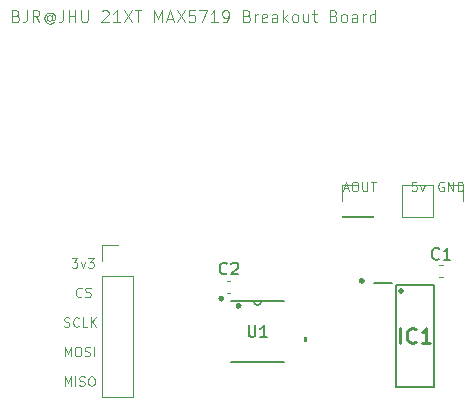
<source format=gbr>
%TF.GenerationSoftware,KiCad,Pcbnew,8.0.6-1.fc41*%
%TF.CreationDate,2024-12-16T12:55:25-05:00*%
%TF.ProjectId,MAX5719_breakout,4d415835-3731-4395-9f62-7265616b6f75,rev?*%
%TF.SameCoordinates,Original*%
%TF.FileFunction,Legend,Top*%
%TF.FilePolarity,Positive*%
%FSLAX46Y46*%
G04 Gerber Fmt 4.6, Leading zero omitted, Abs format (unit mm)*
G04 Created by KiCad (PCBNEW 8.0.6-1.fc41) date 2024-12-16 12:55:25*
%MOMM*%
%LPD*%
G01*
G04 APERTURE LIST*
%ADD10C,0.300000*%
%ADD11C,0.100000*%
%ADD12C,0.150000*%
%ADD13C,0.254000*%
%ADD14C,0.120000*%
%ADD15C,0.152400*%
%ADD16C,0.000000*%
%ADD17C,0.200000*%
G04 APERTURE END LIST*
D10*
X153370000Y-111280000D02*
G75*
G02*
X153170000Y-111280000I-100000J0D01*
G01*
X153170000Y-111280000D02*
G75*
G02*
X153370000Y-111280000I100000J0D01*
G01*
X165270000Y-109780000D02*
G75*
G02*
X165070000Y-109780000I-100000J0D01*
G01*
X165070000Y-109780000D02*
G75*
G02*
X165270000Y-109780000I100000J0D01*
G01*
X168600000Y-110650000D02*
G75*
G02*
X168400000Y-110650000I-100000J0D01*
G01*
X168400000Y-110650000D02*
G75*
G02*
X168600000Y-110650000I100000J0D01*
G01*
X154850000Y-111900000D02*
G75*
G02*
X154650000Y-111900000I-100000J0D01*
G01*
X154650000Y-111900000D02*
G75*
G02*
X154850000Y-111900000I100000J0D01*
G01*
D11*
X169807217Y-101376895D02*
X169426265Y-101376895D01*
X169426265Y-101376895D02*
X169388169Y-101757847D01*
X169388169Y-101757847D02*
X169426265Y-101719752D01*
X169426265Y-101719752D02*
X169502455Y-101681657D01*
X169502455Y-101681657D02*
X169692931Y-101681657D01*
X169692931Y-101681657D02*
X169769122Y-101719752D01*
X169769122Y-101719752D02*
X169807217Y-101757847D01*
X169807217Y-101757847D02*
X169845312Y-101834038D01*
X169845312Y-101834038D02*
X169845312Y-102024514D01*
X169845312Y-102024514D02*
X169807217Y-102100704D01*
X169807217Y-102100704D02*
X169769122Y-102138800D01*
X169769122Y-102138800D02*
X169692931Y-102176895D01*
X169692931Y-102176895D02*
X169502455Y-102176895D01*
X169502455Y-102176895D02*
X169426265Y-102138800D01*
X169426265Y-102138800D02*
X169388169Y-102100704D01*
X170111979Y-101643561D02*
X170302455Y-102176895D01*
X170302455Y-102176895D02*
X170492932Y-101643561D01*
X140006265Y-116176895D02*
X140006265Y-115376895D01*
X140006265Y-115376895D02*
X140272931Y-115948323D01*
X140272931Y-115948323D02*
X140539598Y-115376895D01*
X140539598Y-115376895D02*
X140539598Y-116176895D01*
X141072932Y-115376895D02*
X141225313Y-115376895D01*
X141225313Y-115376895D02*
X141301503Y-115414990D01*
X141301503Y-115414990D02*
X141377694Y-115491180D01*
X141377694Y-115491180D02*
X141415789Y-115643561D01*
X141415789Y-115643561D02*
X141415789Y-115910228D01*
X141415789Y-115910228D02*
X141377694Y-116062609D01*
X141377694Y-116062609D02*
X141301503Y-116138800D01*
X141301503Y-116138800D02*
X141225313Y-116176895D01*
X141225313Y-116176895D02*
X141072932Y-116176895D01*
X141072932Y-116176895D02*
X140996741Y-116138800D01*
X140996741Y-116138800D02*
X140920551Y-116062609D01*
X140920551Y-116062609D02*
X140882455Y-115910228D01*
X140882455Y-115910228D02*
X140882455Y-115643561D01*
X140882455Y-115643561D02*
X140920551Y-115491180D01*
X140920551Y-115491180D02*
X140996741Y-115414990D01*
X140996741Y-115414990D02*
X141072932Y-115376895D01*
X141720550Y-116138800D02*
X141834836Y-116176895D01*
X141834836Y-116176895D02*
X142025312Y-116176895D01*
X142025312Y-116176895D02*
X142101503Y-116138800D01*
X142101503Y-116138800D02*
X142139598Y-116100704D01*
X142139598Y-116100704D02*
X142177693Y-116024514D01*
X142177693Y-116024514D02*
X142177693Y-115948323D01*
X142177693Y-115948323D02*
X142139598Y-115872133D01*
X142139598Y-115872133D02*
X142101503Y-115834038D01*
X142101503Y-115834038D02*
X142025312Y-115795942D01*
X142025312Y-115795942D02*
X141872931Y-115757847D01*
X141872931Y-115757847D02*
X141796741Y-115719752D01*
X141796741Y-115719752D02*
X141758646Y-115681657D01*
X141758646Y-115681657D02*
X141720550Y-115605466D01*
X141720550Y-115605466D02*
X141720550Y-115529276D01*
X141720550Y-115529276D02*
X141758646Y-115453085D01*
X141758646Y-115453085D02*
X141796741Y-115414990D01*
X141796741Y-115414990D02*
X141872931Y-115376895D01*
X141872931Y-115376895D02*
X142063408Y-115376895D01*
X142063408Y-115376895D02*
X142177693Y-115414990D01*
X142520551Y-116176895D02*
X142520551Y-115376895D01*
X135887217Y-87348609D02*
X136030074Y-87396228D01*
X136030074Y-87396228D02*
X136077693Y-87443847D01*
X136077693Y-87443847D02*
X136125312Y-87539085D01*
X136125312Y-87539085D02*
X136125312Y-87681942D01*
X136125312Y-87681942D02*
X136077693Y-87777180D01*
X136077693Y-87777180D02*
X136030074Y-87824800D01*
X136030074Y-87824800D02*
X135934836Y-87872419D01*
X135934836Y-87872419D02*
X135553884Y-87872419D01*
X135553884Y-87872419D02*
X135553884Y-86872419D01*
X135553884Y-86872419D02*
X135887217Y-86872419D01*
X135887217Y-86872419D02*
X135982455Y-86920038D01*
X135982455Y-86920038D02*
X136030074Y-86967657D01*
X136030074Y-86967657D02*
X136077693Y-87062895D01*
X136077693Y-87062895D02*
X136077693Y-87158133D01*
X136077693Y-87158133D02*
X136030074Y-87253371D01*
X136030074Y-87253371D02*
X135982455Y-87300990D01*
X135982455Y-87300990D02*
X135887217Y-87348609D01*
X135887217Y-87348609D02*
X135553884Y-87348609D01*
X136839598Y-86872419D02*
X136839598Y-87586704D01*
X136839598Y-87586704D02*
X136791979Y-87729561D01*
X136791979Y-87729561D02*
X136696741Y-87824800D01*
X136696741Y-87824800D02*
X136553884Y-87872419D01*
X136553884Y-87872419D02*
X136458646Y-87872419D01*
X137887217Y-87872419D02*
X137553884Y-87396228D01*
X137315789Y-87872419D02*
X137315789Y-86872419D01*
X137315789Y-86872419D02*
X137696741Y-86872419D01*
X137696741Y-86872419D02*
X137791979Y-86920038D01*
X137791979Y-86920038D02*
X137839598Y-86967657D01*
X137839598Y-86967657D02*
X137887217Y-87062895D01*
X137887217Y-87062895D02*
X137887217Y-87205752D01*
X137887217Y-87205752D02*
X137839598Y-87300990D01*
X137839598Y-87300990D02*
X137791979Y-87348609D01*
X137791979Y-87348609D02*
X137696741Y-87396228D01*
X137696741Y-87396228D02*
X137315789Y-87396228D01*
X138934836Y-87396228D02*
X138887217Y-87348609D01*
X138887217Y-87348609D02*
X138791979Y-87300990D01*
X138791979Y-87300990D02*
X138696741Y-87300990D01*
X138696741Y-87300990D02*
X138601503Y-87348609D01*
X138601503Y-87348609D02*
X138553884Y-87396228D01*
X138553884Y-87396228D02*
X138506265Y-87491466D01*
X138506265Y-87491466D02*
X138506265Y-87586704D01*
X138506265Y-87586704D02*
X138553884Y-87681942D01*
X138553884Y-87681942D02*
X138601503Y-87729561D01*
X138601503Y-87729561D02*
X138696741Y-87777180D01*
X138696741Y-87777180D02*
X138791979Y-87777180D01*
X138791979Y-87777180D02*
X138887217Y-87729561D01*
X138887217Y-87729561D02*
X138934836Y-87681942D01*
X138934836Y-87300990D02*
X138934836Y-87681942D01*
X138934836Y-87681942D02*
X138982455Y-87729561D01*
X138982455Y-87729561D02*
X139030074Y-87729561D01*
X139030074Y-87729561D02*
X139125313Y-87681942D01*
X139125313Y-87681942D02*
X139172932Y-87586704D01*
X139172932Y-87586704D02*
X139172932Y-87348609D01*
X139172932Y-87348609D02*
X139077694Y-87205752D01*
X139077694Y-87205752D02*
X138934836Y-87110514D01*
X138934836Y-87110514D02*
X138744360Y-87062895D01*
X138744360Y-87062895D02*
X138553884Y-87110514D01*
X138553884Y-87110514D02*
X138411027Y-87205752D01*
X138411027Y-87205752D02*
X138315789Y-87348609D01*
X138315789Y-87348609D02*
X138268170Y-87539085D01*
X138268170Y-87539085D02*
X138315789Y-87729561D01*
X138315789Y-87729561D02*
X138411027Y-87872419D01*
X138411027Y-87872419D02*
X138553884Y-87967657D01*
X138553884Y-87967657D02*
X138744360Y-88015276D01*
X138744360Y-88015276D02*
X138934836Y-87967657D01*
X138934836Y-87967657D02*
X139077694Y-87872419D01*
X139887217Y-86872419D02*
X139887217Y-87586704D01*
X139887217Y-87586704D02*
X139839598Y-87729561D01*
X139839598Y-87729561D02*
X139744360Y-87824800D01*
X139744360Y-87824800D02*
X139601503Y-87872419D01*
X139601503Y-87872419D02*
X139506265Y-87872419D01*
X140363408Y-87872419D02*
X140363408Y-86872419D01*
X140363408Y-87348609D02*
X140934836Y-87348609D01*
X140934836Y-87872419D02*
X140934836Y-86872419D01*
X141411027Y-86872419D02*
X141411027Y-87681942D01*
X141411027Y-87681942D02*
X141458646Y-87777180D01*
X141458646Y-87777180D02*
X141506265Y-87824800D01*
X141506265Y-87824800D02*
X141601503Y-87872419D01*
X141601503Y-87872419D02*
X141791979Y-87872419D01*
X141791979Y-87872419D02*
X141887217Y-87824800D01*
X141887217Y-87824800D02*
X141934836Y-87777180D01*
X141934836Y-87777180D02*
X141982455Y-87681942D01*
X141982455Y-87681942D02*
X141982455Y-86872419D01*
X143172932Y-86967657D02*
X143220551Y-86920038D01*
X143220551Y-86920038D02*
X143315789Y-86872419D01*
X143315789Y-86872419D02*
X143553884Y-86872419D01*
X143553884Y-86872419D02*
X143649122Y-86920038D01*
X143649122Y-86920038D02*
X143696741Y-86967657D01*
X143696741Y-86967657D02*
X143744360Y-87062895D01*
X143744360Y-87062895D02*
X143744360Y-87158133D01*
X143744360Y-87158133D02*
X143696741Y-87300990D01*
X143696741Y-87300990D02*
X143125313Y-87872419D01*
X143125313Y-87872419D02*
X143744360Y-87872419D01*
X144696741Y-87872419D02*
X144125313Y-87872419D01*
X144411027Y-87872419D02*
X144411027Y-86872419D01*
X144411027Y-86872419D02*
X144315789Y-87015276D01*
X144315789Y-87015276D02*
X144220551Y-87110514D01*
X144220551Y-87110514D02*
X144125313Y-87158133D01*
X145030075Y-86872419D02*
X145696741Y-87872419D01*
X145696741Y-86872419D02*
X145030075Y-87872419D01*
X145934837Y-86872419D02*
X146506265Y-86872419D01*
X146220551Y-87872419D02*
X146220551Y-86872419D01*
X147601504Y-87872419D02*
X147601504Y-86872419D01*
X147601504Y-86872419D02*
X147934837Y-87586704D01*
X147934837Y-87586704D02*
X148268170Y-86872419D01*
X148268170Y-86872419D02*
X148268170Y-87872419D01*
X148696742Y-87586704D02*
X149172932Y-87586704D01*
X148601504Y-87872419D02*
X148934837Y-86872419D01*
X148934837Y-86872419D02*
X149268170Y-87872419D01*
X149506266Y-86872419D02*
X150172932Y-87872419D01*
X150172932Y-86872419D02*
X149506266Y-87872419D01*
X151030075Y-86872419D02*
X150553885Y-86872419D01*
X150553885Y-86872419D02*
X150506266Y-87348609D01*
X150506266Y-87348609D02*
X150553885Y-87300990D01*
X150553885Y-87300990D02*
X150649123Y-87253371D01*
X150649123Y-87253371D02*
X150887218Y-87253371D01*
X150887218Y-87253371D02*
X150982456Y-87300990D01*
X150982456Y-87300990D02*
X151030075Y-87348609D01*
X151030075Y-87348609D02*
X151077694Y-87443847D01*
X151077694Y-87443847D02*
X151077694Y-87681942D01*
X151077694Y-87681942D02*
X151030075Y-87777180D01*
X151030075Y-87777180D02*
X150982456Y-87824800D01*
X150982456Y-87824800D02*
X150887218Y-87872419D01*
X150887218Y-87872419D02*
X150649123Y-87872419D01*
X150649123Y-87872419D02*
X150553885Y-87824800D01*
X150553885Y-87824800D02*
X150506266Y-87777180D01*
X151411028Y-86872419D02*
X152077694Y-86872419D01*
X152077694Y-86872419D02*
X151649123Y-87872419D01*
X152982456Y-87872419D02*
X152411028Y-87872419D01*
X152696742Y-87872419D02*
X152696742Y-86872419D01*
X152696742Y-86872419D02*
X152601504Y-87015276D01*
X152601504Y-87015276D02*
X152506266Y-87110514D01*
X152506266Y-87110514D02*
X152411028Y-87158133D01*
X153458647Y-87872419D02*
X153649123Y-87872419D01*
X153649123Y-87872419D02*
X153744361Y-87824800D01*
X153744361Y-87824800D02*
X153791980Y-87777180D01*
X153791980Y-87777180D02*
X153887218Y-87634323D01*
X153887218Y-87634323D02*
X153934837Y-87443847D01*
X153934837Y-87443847D02*
X153934837Y-87062895D01*
X153934837Y-87062895D02*
X153887218Y-86967657D01*
X153887218Y-86967657D02*
X153839599Y-86920038D01*
X153839599Y-86920038D02*
X153744361Y-86872419D01*
X153744361Y-86872419D02*
X153553885Y-86872419D01*
X153553885Y-86872419D02*
X153458647Y-86920038D01*
X153458647Y-86920038D02*
X153411028Y-86967657D01*
X153411028Y-86967657D02*
X153363409Y-87062895D01*
X153363409Y-87062895D02*
X153363409Y-87300990D01*
X153363409Y-87300990D02*
X153411028Y-87396228D01*
X153411028Y-87396228D02*
X153458647Y-87443847D01*
X153458647Y-87443847D02*
X153553885Y-87491466D01*
X153553885Y-87491466D02*
X153744361Y-87491466D01*
X153744361Y-87491466D02*
X153839599Y-87443847D01*
X153839599Y-87443847D02*
X153887218Y-87396228D01*
X153887218Y-87396228D02*
X153934837Y-87300990D01*
X155458647Y-87348609D02*
X155601504Y-87396228D01*
X155601504Y-87396228D02*
X155649123Y-87443847D01*
X155649123Y-87443847D02*
X155696742Y-87539085D01*
X155696742Y-87539085D02*
X155696742Y-87681942D01*
X155696742Y-87681942D02*
X155649123Y-87777180D01*
X155649123Y-87777180D02*
X155601504Y-87824800D01*
X155601504Y-87824800D02*
X155506266Y-87872419D01*
X155506266Y-87872419D02*
X155125314Y-87872419D01*
X155125314Y-87872419D02*
X155125314Y-86872419D01*
X155125314Y-86872419D02*
X155458647Y-86872419D01*
X155458647Y-86872419D02*
X155553885Y-86920038D01*
X155553885Y-86920038D02*
X155601504Y-86967657D01*
X155601504Y-86967657D02*
X155649123Y-87062895D01*
X155649123Y-87062895D02*
X155649123Y-87158133D01*
X155649123Y-87158133D02*
X155601504Y-87253371D01*
X155601504Y-87253371D02*
X155553885Y-87300990D01*
X155553885Y-87300990D02*
X155458647Y-87348609D01*
X155458647Y-87348609D02*
X155125314Y-87348609D01*
X156125314Y-87872419D02*
X156125314Y-87205752D01*
X156125314Y-87396228D02*
X156172933Y-87300990D01*
X156172933Y-87300990D02*
X156220552Y-87253371D01*
X156220552Y-87253371D02*
X156315790Y-87205752D01*
X156315790Y-87205752D02*
X156411028Y-87205752D01*
X157125314Y-87824800D02*
X157030076Y-87872419D01*
X157030076Y-87872419D02*
X156839600Y-87872419D01*
X156839600Y-87872419D02*
X156744362Y-87824800D01*
X156744362Y-87824800D02*
X156696743Y-87729561D01*
X156696743Y-87729561D02*
X156696743Y-87348609D01*
X156696743Y-87348609D02*
X156744362Y-87253371D01*
X156744362Y-87253371D02*
X156839600Y-87205752D01*
X156839600Y-87205752D02*
X157030076Y-87205752D01*
X157030076Y-87205752D02*
X157125314Y-87253371D01*
X157125314Y-87253371D02*
X157172933Y-87348609D01*
X157172933Y-87348609D02*
X157172933Y-87443847D01*
X157172933Y-87443847D02*
X156696743Y-87539085D01*
X158030076Y-87872419D02*
X158030076Y-87348609D01*
X158030076Y-87348609D02*
X157982457Y-87253371D01*
X157982457Y-87253371D02*
X157887219Y-87205752D01*
X157887219Y-87205752D02*
X157696743Y-87205752D01*
X157696743Y-87205752D02*
X157601505Y-87253371D01*
X158030076Y-87824800D02*
X157934838Y-87872419D01*
X157934838Y-87872419D02*
X157696743Y-87872419D01*
X157696743Y-87872419D02*
X157601505Y-87824800D01*
X157601505Y-87824800D02*
X157553886Y-87729561D01*
X157553886Y-87729561D02*
X157553886Y-87634323D01*
X157553886Y-87634323D02*
X157601505Y-87539085D01*
X157601505Y-87539085D02*
X157696743Y-87491466D01*
X157696743Y-87491466D02*
X157934838Y-87491466D01*
X157934838Y-87491466D02*
X158030076Y-87443847D01*
X158506267Y-87872419D02*
X158506267Y-86872419D01*
X158601505Y-87491466D02*
X158887219Y-87872419D01*
X158887219Y-87205752D02*
X158506267Y-87586704D01*
X159458648Y-87872419D02*
X159363410Y-87824800D01*
X159363410Y-87824800D02*
X159315791Y-87777180D01*
X159315791Y-87777180D02*
X159268172Y-87681942D01*
X159268172Y-87681942D02*
X159268172Y-87396228D01*
X159268172Y-87396228D02*
X159315791Y-87300990D01*
X159315791Y-87300990D02*
X159363410Y-87253371D01*
X159363410Y-87253371D02*
X159458648Y-87205752D01*
X159458648Y-87205752D02*
X159601505Y-87205752D01*
X159601505Y-87205752D02*
X159696743Y-87253371D01*
X159696743Y-87253371D02*
X159744362Y-87300990D01*
X159744362Y-87300990D02*
X159791981Y-87396228D01*
X159791981Y-87396228D02*
X159791981Y-87681942D01*
X159791981Y-87681942D02*
X159744362Y-87777180D01*
X159744362Y-87777180D02*
X159696743Y-87824800D01*
X159696743Y-87824800D02*
X159601505Y-87872419D01*
X159601505Y-87872419D02*
X159458648Y-87872419D01*
X160649124Y-87205752D02*
X160649124Y-87872419D01*
X160220553Y-87205752D02*
X160220553Y-87729561D01*
X160220553Y-87729561D02*
X160268172Y-87824800D01*
X160268172Y-87824800D02*
X160363410Y-87872419D01*
X160363410Y-87872419D02*
X160506267Y-87872419D01*
X160506267Y-87872419D02*
X160601505Y-87824800D01*
X160601505Y-87824800D02*
X160649124Y-87777180D01*
X160982458Y-87205752D02*
X161363410Y-87205752D01*
X161125315Y-86872419D02*
X161125315Y-87729561D01*
X161125315Y-87729561D02*
X161172934Y-87824800D01*
X161172934Y-87824800D02*
X161268172Y-87872419D01*
X161268172Y-87872419D02*
X161363410Y-87872419D01*
X162791982Y-87348609D02*
X162934839Y-87396228D01*
X162934839Y-87396228D02*
X162982458Y-87443847D01*
X162982458Y-87443847D02*
X163030077Y-87539085D01*
X163030077Y-87539085D02*
X163030077Y-87681942D01*
X163030077Y-87681942D02*
X162982458Y-87777180D01*
X162982458Y-87777180D02*
X162934839Y-87824800D01*
X162934839Y-87824800D02*
X162839601Y-87872419D01*
X162839601Y-87872419D02*
X162458649Y-87872419D01*
X162458649Y-87872419D02*
X162458649Y-86872419D01*
X162458649Y-86872419D02*
X162791982Y-86872419D01*
X162791982Y-86872419D02*
X162887220Y-86920038D01*
X162887220Y-86920038D02*
X162934839Y-86967657D01*
X162934839Y-86967657D02*
X162982458Y-87062895D01*
X162982458Y-87062895D02*
X162982458Y-87158133D01*
X162982458Y-87158133D02*
X162934839Y-87253371D01*
X162934839Y-87253371D02*
X162887220Y-87300990D01*
X162887220Y-87300990D02*
X162791982Y-87348609D01*
X162791982Y-87348609D02*
X162458649Y-87348609D01*
X163601506Y-87872419D02*
X163506268Y-87824800D01*
X163506268Y-87824800D02*
X163458649Y-87777180D01*
X163458649Y-87777180D02*
X163411030Y-87681942D01*
X163411030Y-87681942D02*
X163411030Y-87396228D01*
X163411030Y-87396228D02*
X163458649Y-87300990D01*
X163458649Y-87300990D02*
X163506268Y-87253371D01*
X163506268Y-87253371D02*
X163601506Y-87205752D01*
X163601506Y-87205752D02*
X163744363Y-87205752D01*
X163744363Y-87205752D02*
X163839601Y-87253371D01*
X163839601Y-87253371D02*
X163887220Y-87300990D01*
X163887220Y-87300990D02*
X163934839Y-87396228D01*
X163934839Y-87396228D02*
X163934839Y-87681942D01*
X163934839Y-87681942D02*
X163887220Y-87777180D01*
X163887220Y-87777180D02*
X163839601Y-87824800D01*
X163839601Y-87824800D02*
X163744363Y-87872419D01*
X163744363Y-87872419D02*
X163601506Y-87872419D01*
X164791982Y-87872419D02*
X164791982Y-87348609D01*
X164791982Y-87348609D02*
X164744363Y-87253371D01*
X164744363Y-87253371D02*
X164649125Y-87205752D01*
X164649125Y-87205752D02*
X164458649Y-87205752D01*
X164458649Y-87205752D02*
X164363411Y-87253371D01*
X164791982Y-87824800D02*
X164696744Y-87872419D01*
X164696744Y-87872419D02*
X164458649Y-87872419D01*
X164458649Y-87872419D02*
X164363411Y-87824800D01*
X164363411Y-87824800D02*
X164315792Y-87729561D01*
X164315792Y-87729561D02*
X164315792Y-87634323D01*
X164315792Y-87634323D02*
X164363411Y-87539085D01*
X164363411Y-87539085D02*
X164458649Y-87491466D01*
X164458649Y-87491466D02*
X164696744Y-87491466D01*
X164696744Y-87491466D02*
X164791982Y-87443847D01*
X165268173Y-87872419D02*
X165268173Y-87205752D01*
X165268173Y-87396228D02*
X165315792Y-87300990D01*
X165315792Y-87300990D02*
X165363411Y-87253371D01*
X165363411Y-87253371D02*
X165458649Y-87205752D01*
X165458649Y-87205752D02*
X165553887Y-87205752D01*
X166315792Y-87872419D02*
X166315792Y-86872419D01*
X166315792Y-87824800D02*
X166220554Y-87872419D01*
X166220554Y-87872419D02*
X166030078Y-87872419D01*
X166030078Y-87872419D02*
X165934840Y-87824800D01*
X165934840Y-87824800D02*
X165887221Y-87777180D01*
X165887221Y-87777180D02*
X165839602Y-87681942D01*
X165839602Y-87681942D02*
X165839602Y-87396228D01*
X165839602Y-87396228D02*
X165887221Y-87300990D01*
X165887221Y-87300990D02*
X165934840Y-87253371D01*
X165934840Y-87253371D02*
X166030078Y-87205752D01*
X166030078Y-87205752D02*
X166220554Y-87205752D01*
X166220554Y-87205752D02*
X166315792Y-87253371D01*
X140006265Y-118676895D02*
X140006265Y-117876895D01*
X140006265Y-117876895D02*
X140272931Y-118448323D01*
X140272931Y-118448323D02*
X140539598Y-117876895D01*
X140539598Y-117876895D02*
X140539598Y-118676895D01*
X140920551Y-118676895D02*
X140920551Y-117876895D01*
X141263407Y-118638800D02*
X141377693Y-118676895D01*
X141377693Y-118676895D02*
X141568169Y-118676895D01*
X141568169Y-118676895D02*
X141644360Y-118638800D01*
X141644360Y-118638800D02*
X141682455Y-118600704D01*
X141682455Y-118600704D02*
X141720550Y-118524514D01*
X141720550Y-118524514D02*
X141720550Y-118448323D01*
X141720550Y-118448323D02*
X141682455Y-118372133D01*
X141682455Y-118372133D02*
X141644360Y-118334038D01*
X141644360Y-118334038D02*
X141568169Y-118295942D01*
X141568169Y-118295942D02*
X141415788Y-118257847D01*
X141415788Y-118257847D02*
X141339598Y-118219752D01*
X141339598Y-118219752D02*
X141301503Y-118181657D01*
X141301503Y-118181657D02*
X141263407Y-118105466D01*
X141263407Y-118105466D02*
X141263407Y-118029276D01*
X141263407Y-118029276D02*
X141301503Y-117953085D01*
X141301503Y-117953085D02*
X141339598Y-117914990D01*
X141339598Y-117914990D02*
X141415788Y-117876895D01*
X141415788Y-117876895D02*
X141606265Y-117876895D01*
X141606265Y-117876895D02*
X141720550Y-117914990D01*
X142215789Y-117876895D02*
X142368170Y-117876895D01*
X142368170Y-117876895D02*
X142444360Y-117914990D01*
X142444360Y-117914990D02*
X142520551Y-117991180D01*
X142520551Y-117991180D02*
X142558646Y-118143561D01*
X142558646Y-118143561D02*
X142558646Y-118410228D01*
X142558646Y-118410228D02*
X142520551Y-118562609D01*
X142520551Y-118562609D02*
X142444360Y-118638800D01*
X142444360Y-118638800D02*
X142368170Y-118676895D01*
X142368170Y-118676895D02*
X142215789Y-118676895D01*
X142215789Y-118676895D02*
X142139598Y-118638800D01*
X142139598Y-118638800D02*
X142063408Y-118562609D01*
X142063408Y-118562609D02*
X142025312Y-118410228D01*
X142025312Y-118410228D02*
X142025312Y-118143561D01*
X142025312Y-118143561D02*
X142063408Y-117991180D01*
X142063408Y-117991180D02*
X142139598Y-117914990D01*
X142139598Y-117914990D02*
X142215789Y-117876895D01*
X172095312Y-101414990D02*
X172019122Y-101376895D01*
X172019122Y-101376895D02*
X171904836Y-101376895D01*
X171904836Y-101376895D02*
X171790550Y-101414990D01*
X171790550Y-101414990D02*
X171714360Y-101491180D01*
X171714360Y-101491180D02*
X171676265Y-101567371D01*
X171676265Y-101567371D02*
X171638169Y-101719752D01*
X171638169Y-101719752D02*
X171638169Y-101834038D01*
X171638169Y-101834038D02*
X171676265Y-101986419D01*
X171676265Y-101986419D02*
X171714360Y-102062609D01*
X171714360Y-102062609D02*
X171790550Y-102138800D01*
X171790550Y-102138800D02*
X171904836Y-102176895D01*
X171904836Y-102176895D02*
X171981027Y-102176895D01*
X171981027Y-102176895D02*
X172095312Y-102138800D01*
X172095312Y-102138800D02*
X172133408Y-102100704D01*
X172133408Y-102100704D02*
X172133408Y-101834038D01*
X172133408Y-101834038D02*
X171981027Y-101834038D01*
X172476265Y-102176895D02*
X172476265Y-101376895D01*
X172476265Y-101376895D02*
X172933408Y-102176895D01*
X172933408Y-102176895D02*
X172933408Y-101376895D01*
X173314360Y-102176895D02*
X173314360Y-101376895D01*
X173314360Y-101376895D02*
X173504836Y-101376895D01*
X173504836Y-101376895D02*
X173619122Y-101414990D01*
X173619122Y-101414990D02*
X173695312Y-101491180D01*
X173695312Y-101491180D02*
X173733407Y-101567371D01*
X173733407Y-101567371D02*
X173771503Y-101719752D01*
X173771503Y-101719752D02*
X173771503Y-101834038D01*
X173771503Y-101834038D02*
X173733407Y-101986419D01*
X173733407Y-101986419D02*
X173695312Y-102062609D01*
X173695312Y-102062609D02*
X173619122Y-102138800D01*
X173619122Y-102138800D02*
X173504836Y-102176895D01*
X173504836Y-102176895D02*
X173314360Y-102176895D01*
X163638169Y-101948323D02*
X164019122Y-101948323D01*
X163561979Y-102176895D02*
X163828646Y-101376895D01*
X163828646Y-101376895D02*
X164095312Y-102176895D01*
X164514360Y-101376895D02*
X164666741Y-101376895D01*
X164666741Y-101376895D02*
X164742931Y-101414990D01*
X164742931Y-101414990D02*
X164819122Y-101491180D01*
X164819122Y-101491180D02*
X164857217Y-101643561D01*
X164857217Y-101643561D02*
X164857217Y-101910228D01*
X164857217Y-101910228D02*
X164819122Y-102062609D01*
X164819122Y-102062609D02*
X164742931Y-102138800D01*
X164742931Y-102138800D02*
X164666741Y-102176895D01*
X164666741Y-102176895D02*
X164514360Y-102176895D01*
X164514360Y-102176895D02*
X164438169Y-102138800D01*
X164438169Y-102138800D02*
X164361979Y-102062609D01*
X164361979Y-102062609D02*
X164323883Y-101910228D01*
X164323883Y-101910228D02*
X164323883Y-101643561D01*
X164323883Y-101643561D02*
X164361979Y-101491180D01*
X164361979Y-101491180D02*
X164438169Y-101414990D01*
X164438169Y-101414990D02*
X164514360Y-101376895D01*
X165200074Y-101376895D02*
X165200074Y-102024514D01*
X165200074Y-102024514D02*
X165238169Y-102100704D01*
X165238169Y-102100704D02*
X165276264Y-102138800D01*
X165276264Y-102138800D02*
X165352455Y-102176895D01*
X165352455Y-102176895D02*
X165504836Y-102176895D01*
X165504836Y-102176895D02*
X165581026Y-102138800D01*
X165581026Y-102138800D02*
X165619121Y-102100704D01*
X165619121Y-102100704D02*
X165657217Y-102024514D01*
X165657217Y-102024514D02*
X165657217Y-101376895D01*
X165923883Y-101376895D02*
X166381026Y-101376895D01*
X166152454Y-102176895D02*
X166152454Y-101376895D01*
X140600074Y-107876895D02*
X141095312Y-107876895D01*
X141095312Y-107876895D02*
X140828646Y-108181657D01*
X140828646Y-108181657D02*
X140942931Y-108181657D01*
X140942931Y-108181657D02*
X141019122Y-108219752D01*
X141019122Y-108219752D02*
X141057217Y-108257847D01*
X141057217Y-108257847D02*
X141095312Y-108334038D01*
X141095312Y-108334038D02*
X141095312Y-108524514D01*
X141095312Y-108524514D02*
X141057217Y-108600704D01*
X141057217Y-108600704D02*
X141019122Y-108638800D01*
X141019122Y-108638800D02*
X140942931Y-108676895D01*
X140942931Y-108676895D02*
X140714360Y-108676895D01*
X140714360Y-108676895D02*
X140638169Y-108638800D01*
X140638169Y-108638800D02*
X140600074Y-108600704D01*
X141361979Y-108143561D02*
X141552455Y-108676895D01*
X141552455Y-108676895D02*
X141742932Y-108143561D01*
X141971503Y-107876895D02*
X142466741Y-107876895D01*
X142466741Y-107876895D02*
X142200075Y-108181657D01*
X142200075Y-108181657D02*
X142314360Y-108181657D01*
X142314360Y-108181657D02*
X142390551Y-108219752D01*
X142390551Y-108219752D02*
X142428646Y-108257847D01*
X142428646Y-108257847D02*
X142466741Y-108334038D01*
X142466741Y-108334038D02*
X142466741Y-108524514D01*
X142466741Y-108524514D02*
X142428646Y-108600704D01*
X142428646Y-108600704D02*
X142390551Y-108638800D01*
X142390551Y-108638800D02*
X142314360Y-108676895D01*
X142314360Y-108676895D02*
X142085789Y-108676895D01*
X142085789Y-108676895D02*
X142009598Y-108638800D01*
X142009598Y-108638800D02*
X141971503Y-108600704D01*
X139968169Y-113638800D02*
X140082455Y-113676895D01*
X140082455Y-113676895D02*
X140272931Y-113676895D01*
X140272931Y-113676895D02*
X140349122Y-113638800D01*
X140349122Y-113638800D02*
X140387217Y-113600704D01*
X140387217Y-113600704D02*
X140425312Y-113524514D01*
X140425312Y-113524514D02*
X140425312Y-113448323D01*
X140425312Y-113448323D02*
X140387217Y-113372133D01*
X140387217Y-113372133D02*
X140349122Y-113334038D01*
X140349122Y-113334038D02*
X140272931Y-113295942D01*
X140272931Y-113295942D02*
X140120550Y-113257847D01*
X140120550Y-113257847D02*
X140044360Y-113219752D01*
X140044360Y-113219752D02*
X140006265Y-113181657D01*
X140006265Y-113181657D02*
X139968169Y-113105466D01*
X139968169Y-113105466D02*
X139968169Y-113029276D01*
X139968169Y-113029276D02*
X140006265Y-112953085D01*
X140006265Y-112953085D02*
X140044360Y-112914990D01*
X140044360Y-112914990D02*
X140120550Y-112876895D01*
X140120550Y-112876895D02*
X140311027Y-112876895D01*
X140311027Y-112876895D02*
X140425312Y-112914990D01*
X141225313Y-113600704D02*
X141187217Y-113638800D01*
X141187217Y-113638800D02*
X141072932Y-113676895D01*
X141072932Y-113676895D02*
X140996741Y-113676895D01*
X140996741Y-113676895D02*
X140882455Y-113638800D01*
X140882455Y-113638800D02*
X140806265Y-113562609D01*
X140806265Y-113562609D02*
X140768170Y-113486419D01*
X140768170Y-113486419D02*
X140730074Y-113334038D01*
X140730074Y-113334038D02*
X140730074Y-113219752D01*
X140730074Y-113219752D02*
X140768170Y-113067371D01*
X140768170Y-113067371D02*
X140806265Y-112991180D01*
X140806265Y-112991180D02*
X140882455Y-112914990D01*
X140882455Y-112914990D02*
X140996741Y-112876895D01*
X140996741Y-112876895D02*
X141072932Y-112876895D01*
X141072932Y-112876895D02*
X141187217Y-112914990D01*
X141187217Y-112914990D02*
X141225313Y-112953085D01*
X141949122Y-113676895D02*
X141568170Y-113676895D01*
X141568170Y-113676895D02*
X141568170Y-112876895D01*
X142215789Y-113676895D02*
X142215789Y-112876895D01*
X142672932Y-113676895D02*
X142330074Y-113219752D01*
X142672932Y-112876895D02*
X142215789Y-113334038D01*
X141463408Y-111070704D02*
X141425312Y-111108800D01*
X141425312Y-111108800D02*
X141311027Y-111146895D01*
X141311027Y-111146895D02*
X141234836Y-111146895D01*
X141234836Y-111146895D02*
X141120550Y-111108800D01*
X141120550Y-111108800D02*
X141044360Y-111032609D01*
X141044360Y-111032609D02*
X141006265Y-110956419D01*
X141006265Y-110956419D02*
X140968169Y-110804038D01*
X140968169Y-110804038D02*
X140968169Y-110689752D01*
X140968169Y-110689752D02*
X141006265Y-110537371D01*
X141006265Y-110537371D02*
X141044360Y-110461180D01*
X141044360Y-110461180D02*
X141120550Y-110384990D01*
X141120550Y-110384990D02*
X141234836Y-110346895D01*
X141234836Y-110346895D02*
X141311027Y-110346895D01*
X141311027Y-110346895D02*
X141425312Y-110384990D01*
X141425312Y-110384990D02*
X141463408Y-110423085D01*
X141768169Y-111108800D02*
X141882455Y-111146895D01*
X141882455Y-111146895D02*
X142072931Y-111146895D01*
X142072931Y-111146895D02*
X142149122Y-111108800D01*
X142149122Y-111108800D02*
X142187217Y-111070704D01*
X142187217Y-111070704D02*
X142225312Y-110994514D01*
X142225312Y-110994514D02*
X142225312Y-110918323D01*
X142225312Y-110918323D02*
X142187217Y-110842133D01*
X142187217Y-110842133D02*
X142149122Y-110804038D01*
X142149122Y-110804038D02*
X142072931Y-110765942D01*
X142072931Y-110765942D02*
X141920550Y-110727847D01*
X141920550Y-110727847D02*
X141844360Y-110689752D01*
X141844360Y-110689752D02*
X141806265Y-110651657D01*
X141806265Y-110651657D02*
X141768169Y-110575466D01*
X141768169Y-110575466D02*
X141768169Y-110499276D01*
X141768169Y-110499276D02*
X141806265Y-110423085D01*
X141806265Y-110423085D02*
X141844360Y-110384990D01*
X141844360Y-110384990D02*
X141920550Y-110346895D01*
X141920550Y-110346895D02*
X142111027Y-110346895D01*
X142111027Y-110346895D02*
X142225312Y-110384990D01*
D12*
X155588695Y-113534818D02*
X155588695Y-114344341D01*
X155588695Y-114344341D02*
X155636314Y-114439579D01*
X155636314Y-114439579D02*
X155683933Y-114487199D01*
X155683933Y-114487199D02*
X155779171Y-114534818D01*
X155779171Y-114534818D02*
X155969647Y-114534818D01*
X155969647Y-114534818D02*
X156064885Y-114487199D01*
X156064885Y-114487199D02*
X156112504Y-114439579D01*
X156112504Y-114439579D02*
X156160123Y-114344341D01*
X156160123Y-114344341D02*
X156160123Y-113534818D01*
X157160123Y-114534818D02*
X156588695Y-114534818D01*
X156874409Y-114534818D02*
X156874409Y-113534818D01*
X156874409Y-113534818D02*
X156779171Y-113677675D01*
X156779171Y-113677675D02*
X156683933Y-113772913D01*
X156683933Y-113772913D02*
X156588695Y-113820532D01*
D13*
X168430237Y-115044318D02*
X168430237Y-113774318D01*
X169760714Y-114923365D02*
X169700238Y-114983842D01*
X169700238Y-114983842D02*
X169518809Y-115044318D01*
X169518809Y-115044318D02*
X169397857Y-115044318D01*
X169397857Y-115044318D02*
X169216428Y-114983842D01*
X169216428Y-114983842D02*
X169095476Y-114862889D01*
X169095476Y-114862889D02*
X169034999Y-114741937D01*
X169034999Y-114741937D02*
X168974523Y-114500032D01*
X168974523Y-114500032D02*
X168974523Y-114318603D01*
X168974523Y-114318603D02*
X169034999Y-114076699D01*
X169034999Y-114076699D02*
X169095476Y-113955746D01*
X169095476Y-113955746D02*
X169216428Y-113834794D01*
X169216428Y-113834794D02*
X169397857Y-113774318D01*
X169397857Y-113774318D02*
X169518809Y-113774318D01*
X169518809Y-113774318D02*
X169700238Y-113834794D01*
X169700238Y-113834794D02*
X169760714Y-113895270D01*
X170970238Y-115044318D02*
X170244523Y-115044318D01*
X170607380Y-115044318D02*
X170607380Y-113774318D01*
X170607380Y-113774318D02*
X170486428Y-113955746D01*
X170486428Y-113955746D02*
X170365476Y-114076699D01*
X170365476Y-114076699D02*
X170244523Y-114137175D01*
D12*
X153753333Y-109139580D02*
X153705714Y-109187200D01*
X153705714Y-109187200D02*
X153562857Y-109234819D01*
X153562857Y-109234819D02*
X153467619Y-109234819D01*
X153467619Y-109234819D02*
X153324762Y-109187200D01*
X153324762Y-109187200D02*
X153229524Y-109091961D01*
X153229524Y-109091961D02*
X153181905Y-108996723D01*
X153181905Y-108996723D02*
X153134286Y-108806247D01*
X153134286Y-108806247D02*
X153134286Y-108663390D01*
X153134286Y-108663390D02*
X153181905Y-108472914D01*
X153181905Y-108472914D02*
X153229524Y-108377676D01*
X153229524Y-108377676D02*
X153324762Y-108282438D01*
X153324762Y-108282438D02*
X153467619Y-108234819D01*
X153467619Y-108234819D02*
X153562857Y-108234819D01*
X153562857Y-108234819D02*
X153705714Y-108282438D01*
X153705714Y-108282438D02*
X153753333Y-108330057D01*
X154134286Y-108330057D02*
X154181905Y-108282438D01*
X154181905Y-108282438D02*
X154277143Y-108234819D01*
X154277143Y-108234819D02*
X154515238Y-108234819D01*
X154515238Y-108234819D02*
X154610476Y-108282438D01*
X154610476Y-108282438D02*
X154658095Y-108330057D01*
X154658095Y-108330057D02*
X154705714Y-108425295D01*
X154705714Y-108425295D02*
X154705714Y-108520533D01*
X154705714Y-108520533D02*
X154658095Y-108663390D01*
X154658095Y-108663390D02*
X154086667Y-109234819D01*
X154086667Y-109234819D02*
X154705714Y-109234819D01*
X171728333Y-107889580D02*
X171680714Y-107937200D01*
X171680714Y-107937200D02*
X171537857Y-107984819D01*
X171537857Y-107984819D02*
X171442619Y-107984819D01*
X171442619Y-107984819D02*
X171299762Y-107937200D01*
X171299762Y-107937200D02*
X171204524Y-107841961D01*
X171204524Y-107841961D02*
X171156905Y-107746723D01*
X171156905Y-107746723D02*
X171109286Y-107556247D01*
X171109286Y-107556247D02*
X171109286Y-107413390D01*
X171109286Y-107413390D02*
X171156905Y-107222914D01*
X171156905Y-107222914D02*
X171204524Y-107127676D01*
X171204524Y-107127676D02*
X171299762Y-107032438D01*
X171299762Y-107032438D02*
X171442619Y-106984819D01*
X171442619Y-106984819D02*
X171537857Y-106984819D01*
X171537857Y-106984819D02*
X171680714Y-107032438D01*
X171680714Y-107032438D02*
X171728333Y-107080057D01*
X172680714Y-107984819D02*
X172109286Y-107984819D01*
X172395000Y-107984819D02*
X172395000Y-106984819D01*
X172395000Y-106984819D02*
X172299762Y-107127676D01*
X172299762Y-107127676D02*
X172204524Y-107222914D01*
X172204524Y-107222914D02*
X172109286Y-107270533D01*
D14*
%TO.C,J2*%
X168570000Y-101680000D02*
X168570000Y-104340000D01*
X171170000Y-101680000D02*
X168570000Y-101680000D01*
X171170000Y-101680000D02*
X171170000Y-104340000D01*
X171170000Y-104340000D02*
X168570000Y-104340000D01*
X172440000Y-101680000D02*
X173770000Y-101680000D01*
X173770000Y-101680000D02*
X173770000Y-103010000D01*
D15*
%TO.C,U1*%
X154102700Y-116632699D02*
X158598500Y-116632699D01*
X158598500Y-111527299D02*
X154102700Y-111527299D01*
X156655400Y-111527299D02*
G75*
G02*
X156045800Y-111527299I-304800J0D01*
G01*
D16*
G36*
X160516200Y-114920498D02*
G01*
X160262200Y-114920498D01*
X160262200Y-114539498D01*
X160516200Y-114539498D01*
X160516200Y-114920498D01*
G37*
D17*
%TO.C,IC1*%
X166195000Y-109985000D02*
X167720000Y-109985000D01*
X168070000Y-110145000D02*
X171270000Y-110145000D01*
X168070000Y-118795000D02*
X168070000Y-110145000D01*
X171270000Y-110145000D02*
X171270000Y-118795000D01*
X171270000Y-118795000D02*
X168070000Y-118795000D01*
D14*
%TO.C,J1*%
X163490000Y-101680000D02*
X164820000Y-101680000D01*
X163490000Y-103010000D02*
X163490000Y-101680000D01*
X163490000Y-104280000D02*
X163490000Y-104340000D01*
X163490000Y-104280000D02*
X166150000Y-104280000D01*
X163490000Y-104340000D02*
X166150000Y-104340000D01*
X166150000Y-104280000D02*
X166150000Y-104340000D01*
%TO.C,J3*%
X143170000Y-106760000D02*
X144500000Y-106760000D01*
X143170000Y-108090000D02*
X143170000Y-106760000D01*
X143170000Y-109360000D02*
X143170000Y-119580000D01*
X143170000Y-109360000D02*
X145830000Y-109360000D01*
X143170000Y-119580000D02*
X145830000Y-119580000D01*
X145830000Y-109360000D02*
X145830000Y-119580000D01*
%TO.C,C2*%
X154060580Y-109770000D02*
X153779420Y-109770000D01*
X154060580Y-110790000D02*
X153779420Y-110790000D01*
%TO.C,C1*%
X172035580Y-108460000D02*
X171754420Y-108460000D01*
X172035580Y-109480000D02*
X171754420Y-109480000D01*
%TD*%
M02*

</source>
